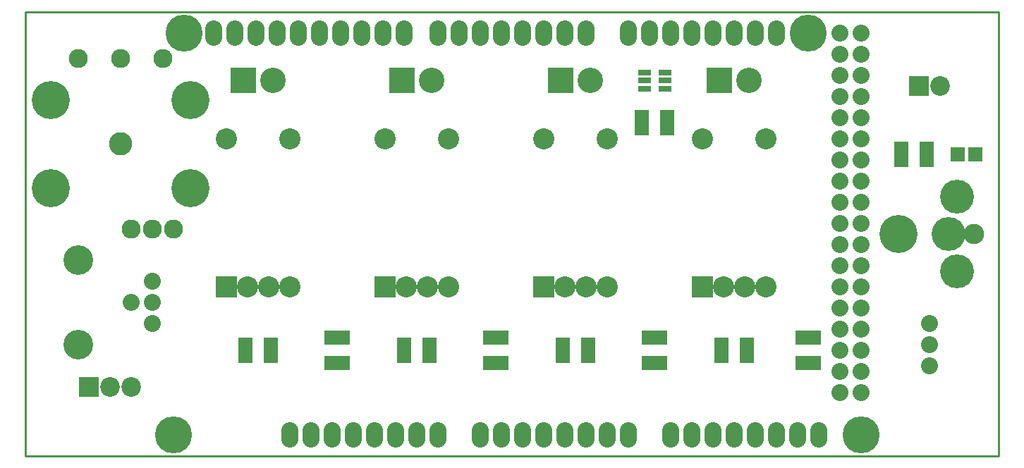
<source format=gts>
G04 (created by PCBNEW (2013-jul-07)-stable) date Tue 08 Jul 2014 03:30:23 PM EDT*
%MOIN*%
G04 Gerber Fmt 3.4, Leading zero omitted, Abs format*
%FSLAX34Y34*%
G01*
G70*
G90*
G04 APERTURE LIST*
%ADD10C,0.00590551*%
%ADD11C,0.009*%
%ADD12C,0.175*%
%ADD13O,0.08X0.12*%
%ADD14C,0.08*%
%ADD15R,0.07X0.12*%
%ADD16R,0.12X0.07*%
%ADD17R,0.067X0.067*%
%ADD18C,0.096*%
%ADD19C,0.16*%
%ADD20C,0.18*%
%ADD21R,0.12X0.12*%
%ADD22C,0.12*%
%ADD23R,0.1X0.1*%
%ADD24C,0.1*%
%ADD25R,0.0604X0.03*%
%ADD26C,0.093*%
%ADD27R,0.093X0.093*%
%ADD28C,0.14*%
%ADD29C,0.11*%
%ADD30C,0.09*%
G04 APERTURE END LIST*
G54D10*
G54D11*
X89500Y-51500D02*
X43500Y-51500D01*
X43500Y-30500D02*
X89500Y-30500D01*
X43500Y-30500D02*
X43500Y-51500D01*
X89500Y-51500D02*
X89500Y-30500D01*
G54D12*
X50500Y-50500D03*
X51000Y-31500D03*
X83000Y-50500D03*
X80500Y-31500D03*
G54D13*
X56000Y-50500D03*
X57000Y-50500D03*
X58000Y-50500D03*
X59000Y-50500D03*
X60000Y-50500D03*
X61000Y-50500D03*
X62000Y-50500D03*
X63000Y-50500D03*
X65000Y-50500D03*
X66000Y-50500D03*
X67000Y-50500D03*
X68000Y-50500D03*
X69000Y-50500D03*
X70000Y-50500D03*
X71000Y-50500D03*
X72000Y-50500D03*
X74000Y-50500D03*
X75000Y-50500D03*
X76000Y-50500D03*
X77000Y-50500D03*
X78000Y-50500D03*
X79000Y-50500D03*
X80000Y-50500D03*
X81000Y-50500D03*
X52400Y-31500D03*
X53400Y-31500D03*
X54400Y-31500D03*
X55400Y-31500D03*
X56400Y-31500D03*
X57400Y-31500D03*
X58400Y-31500D03*
X59400Y-31500D03*
X60400Y-31500D03*
X61400Y-31500D03*
X63000Y-31500D03*
X70000Y-31500D03*
X69000Y-31500D03*
X68000Y-31500D03*
X67000Y-31500D03*
X66000Y-31500D03*
X65000Y-31500D03*
X64000Y-31500D03*
X72000Y-31500D03*
X73000Y-31500D03*
X74000Y-31500D03*
X75000Y-31500D03*
X76000Y-31500D03*
X77000Y-31500D03*
X78000Y-31500D03*
X79000Y-31500D03*
G54D14*
X82000Y-31500D03*
X83000Y-31500D03*
X82000Y-32500D03*
X83000Y-32500D03*
X82000Y-33500D03*
X83000Y-33500D03*
X82000Y-34500D03*
X83000Y-34500D03*
X82000Y-35500D03*
X83000Y-35500D03*
X82000Y-36500D03*
X83000Y-36500D03*
X82000Y-37500D03*
X83000Y-37500D03*
X82000Y-38500D03*
X83000Y-38500D03*
X82000Y-39500D03*
X83000Y-39500D03*
X82000Y-40500D03*
X83000Y-40500D03*
X82000Y-41500D03*
X83000Y-41500D03*
X82000Y-42500D03*
X83000Y-42500D03*
X82000Y-43500D03*
X83000Y-43500D03*
X82000Y-44500D03*
X83000Y-44500D03*
X82000Y-45500D03*
X83000Y-45500D03*
X82000Y-46500D03*
X83000Y-46500D03*
X82000Y-47500D03*
X83000Y-47500D03*
X82000Y-48500D03*
X83000Y-48500D03*
G54D15*
X55100Y-46500D03*
X53900Y-46500D03*
G54D16*
X58250Y-47100D03*
X58250Y-45900D03*
G54D15*
X77600Y-46500D03*
X76400Y-46500D03*
X62600Y-46500D03*
X61400Y-46500D03*
X70100Y-46500D03*
X68900Y-46500D03*
G54D17*
X87585Y-37250D03*
X88415Y-37250D03*
G54D16*
X65750Y-47100D03*
X65750Y-45900D03*
X73250Y-47100D03*
X73250Y-45900D03*
X80500Y-47100D03*
X80500Y-45900D03*
G54D15*
X84900Y-37250D03*
X86100Y-37250D03*
G54D18*
X88320Y-41000D03*
G54D19*
X87140Y-41000D03*
G54D20*
X84780Y-41000D03*
G54D19*
X87530Y-39230D03*
X87530Y-42770D03*
G54D21*
X76311Y-33750D03*
G54D22*
X77689Y-33750D03*
G54D21*
X68811Y-33750D03*
G54D22*
X70189Y-33750D03*
G54D21*
X61311Y-33750D03*
G54D22*
X62689Y-33750D03*
G54D21*
X53811Y-33750D03*
G54D22*
X55189Y-33750D03*
G54D23*
X75500Y-43500D03*
G54D24*
X76500Y-43500D03*
X77500Y-43500D03*
X78500Y-43500D03*
X78500Y-36500D03*
X75500Y-36500D03*
G54D23*
X68000Y-43500D03*
G54D24*
X69000Y-43500D03*
X70000Y-43500D03*
X71000Y-43500D03*
X71000Y-36500D03*
X68000Y-36500D03*
G54D23*
X60500Y-43500D03*
G54D24*
X61500Y-43500D03*
X62500Y-43500D03*
X63500Y-43500D03*
X63500Y-36500D03*
X60500Y-36500D03*
G54D23*
X53000Y-43500D03*
G54D24*
X54000Y-43500D03*
X55000Y-43500D03*
X56000Y-43500D03*
X56000Y-36500D03*
X53000Y-36500D03*
G54D15*
X73850Y-35750D03*
X72650Y-35750D03*
G54D25*
X72778Y-33376D03*
X72778Y-33750D03*
X72778Y-34124D03*
X73722Y-34124D03*
X73722Y-33750D03*
X73722Y-33376D03*
G54D26*
X47500Y-48250D03*
X48500Y-48250D03*
G54D27*
X46500Y-48250D03*
G54D26*
X86750Y-34000D03*
G54D27*
X85750Y-34000D03*
G54D14*
X86250Y-46250D03*
X86250Y-45250D03*
X86250Y-47250D03*
G54D28*
X46000Y-46250D03*
X46000Y-42250D03*
G54D14*
X48500Y-44250D03*
X49500Y-44250D03*
X49500Y-43250D03*
X49500Y-45250D03*
G54D29*
X48000Y-36750D03*
G54D30*
X50500Y-40780D03*
X49500Y-40780D03*
X48500Y-40780D03*
X50000Y-32720D03*
X48000Y-32720D03*
X46000Y-32720D03*
G54D20*
X51300Y-34670D03*
X51300Y-38830D03*
X44700Y-34670D03*
X44700Y-38830D03*
M02*

</source>
